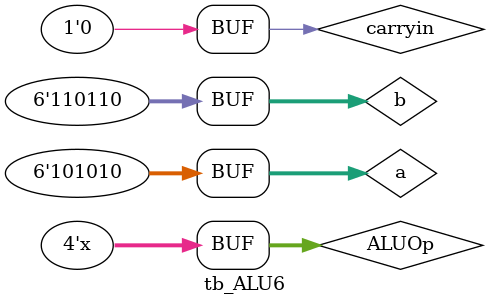
<source format=v>
module tb_ALU6
(
);

reg [5:0]a, b; 
reg carryin; 
reg [3:0]ALUOp;
wire carryout;
wire [5:0]result;

ALU6 alu0
(
.a(a),
.b(b),
.carryin(carryin),
.ALUOp(ALUOp),
.carryout(carryout),
.result(result)
);

initial 
begin
a = 6'b101010;
b <= 6'b110110;
ALUOp <= 4'h0;
carryin <= 1'b0;
end

always 
begin
#40 ALUOp <= {ALUOp + 1'b1};
end

endmodule
</source>
